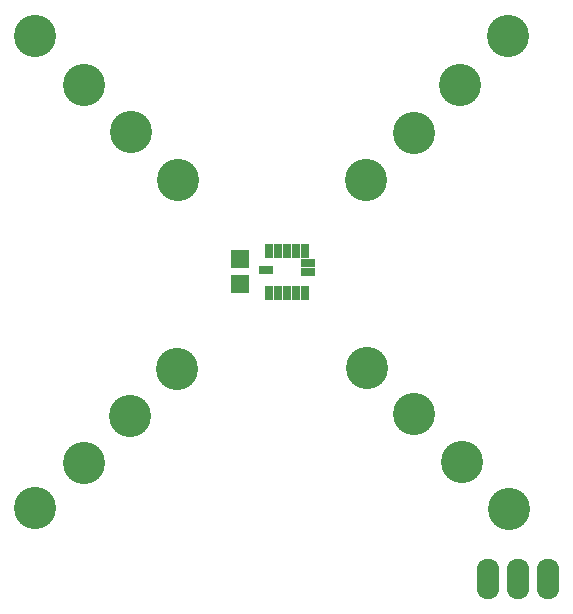
<source format=gbr>
G04 #@! TF.FileFunction,Soldermask,Bot*
%FSLAX46Y46*%
G04 Gerber Fmt 4.6, Leading zero omitted, Abs format (unit mm)*
G04 Created by KiCad (PCBNEW 4.0.6) date 05/08/17 07:10:38*
%MOMM*%
%LPD*%
G01*
G04 APERTURE LIST*
%ADD10C,0.100000*%
%ADD11O,1.924000X3.448000*%
%ADD12R,1.600000X1.600000*%
%ADD13C,2.940000*%
%ADD14C,3.575000*%
%ADD15R,0.750000X1.205000*%
%ADD16R,1.205000X0.800000*%
G04 APERTURE END LIST*
D10*
D11*
X256042100Y-131099500D03*
X258582100Y-131099500D03*
X261122100Y-131099500D03*
D12*
X234985500Y-104039900D03*
X234985500Y-106139900D03*
D13*
X225707100Y-117285900D03*
D14*
X225707100Y-117285900D03*
D13*
X249703100Y-117110900D03*
D14*
X249703100Y-117110900D03*
D13*
X249700100Y-93294900D03*
D14*
X249700100Y-93294900D03*
D13*
X225779100Y-93237900D03*
D14*
X225779100Y-93237900D03*
D13*
X245730100Y-113257900D03*
D14*
X245730100Y-113257900D03*
D13*
X229670100Y-113285900D03*
D14*
X229670100Y-113285900D03*
D13*
X245697100Y-97322900D03*
D14*
X245697100Y-97322900D03*
D13*
X229771100Y-97283900D03*
D14*
X229771100Y-97283900D03*
D13*
X257755100Y-125137900D03*
D14*
X257755100Y-125137900D03*
D13*
X217629100Y-125047900D03*
D14*
X217629100Y-125047900D03*
D13*
X257669100Y-85165900D03*
D14*
X257669100Y-85165900D03*
D13*
X217680100Y-85114900D03*
D14*
X217680100Y-85114900D03*
D13*
X253761100Y-121206900D03*
D14*
X253761100Y-121206900D03*
D13*
X221799100Y-121302900D03*
D14*
X221799100Y-121302900D03*
D13*
X253667100Y-89292900D03*
D14*
X253667100Y-89292900D03*
D13*
X221779100Y-89231900D03*
D14*
X221779100Y-89231900D03*
D15*
X237498700Y-103342800D03*
X238248700Y-103342800D03*
X238998700Y-103342800D03*
X239748700Y-103342800D03*
X240498700Y-103342800D03*
D16*
X240771200Y-104315300D03*
D15*
X240498700Y-106887800D03*
X239748700Y-106887800D03*
X238998700Y-106887800D03*
X238248700Y-106887800D03*
X237498700Y-106887800D03*
D16*
X237226200Y-104940300D03*
X240771200Y-105115300D03*
M02*

</source>
